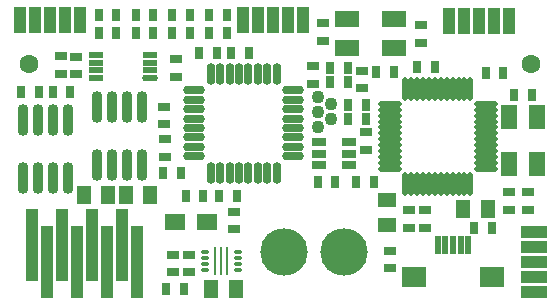
<source format=gts>
G04 Layer_Color=8388736*
%FSAX24Y24*%
%MOIN*%
G70*
G01*
G75*
%ADD43C,0.0630*%
%ADD59R,0.0789X0.0552*%
%ADD60R,0.0434X0.0316*%
%ADD61R,0.0316X0.0434*%
%ADD62O,0.0297X0.0730*%
%ADD63O,0.0730X0.0297*%
%ADD64R,0.0828X0.0671*%
%ADD65R,0.0218X0.0592*%
%ADD66O,0.0198X0.0789*%
%ADD67O,0.0789X0.0198*%
%ADD68R,0.0867X0.0434*%
%ADD69R,0.0434X0.0867*%
%ADD70R,0.0512X0.0197*%
G04:AMPARAMS|DCode=71|XSize=51.2mil|YSize=19.7mil|CornerRadius=7.5mil|HoleSize=0mil|Usage=FLASHONLY|Rotation=180.000|XOffset=0mil|YOffset=0mil|HoleType=Round|Shape=RoundedRectangle|*
%AMROUNDEDRECTD71*
21,1,0.0512,0.0047,0,0,180.0*
21,1,0.0362,0.0197,0,0,180.0*
1,1,0.0150,-0.0181,0.0024*
1,1,0.0150,0.0181,0.0024*
1,1,0.0150,0.0181,-0.0024*
1,1,0.0150,-0.0181,-0.0024*
%
%ADD71ROUNDEDRECTD71*%
G04:AMPARAMS|DCode=72|XSize=9.8mil|YSize=94.5mil|CornerRadius=1.5mil|HoleSize=0mil|Usage=FLASHONLY|Rotation=0.000|XOffset=0mil|YOffset=0mil|HoleType=Round|Shape=RoundedRectangle|*
%AMROUNDEDRECTD72*
21,1,0.0098,0.0915,0,0,0.0*
21,1,0.0069,0.0945,0,0,0.0*
1,1,0.0030,0.0034,-0.0458*
1,1,0.0030,-0.0034,-0.0458*
1,1,0.0030,-0.0034,0.0458*
1,1,0.0030,0.0034,0.0458*
%
%ADD72ROUNDEDRECTD72*%
G04:AMPARAMS|DCode=73|XSize=27.6mil|YSize=13.8mil|CornerRadius=4.4mil|HoleSize=0mil|Usage=FLASHONLY|Rotation=0.000|XOffset=0mil|YOffset=0mil|HoleType=Round|Shape=RoundedRectangle|*
%AMROUNDEDRECTD73*
21,1,0.0276,0.0049,0,0,0.0*
21,1,0.0187,0.0138,0,0,0.0*
1,1,0.0089,0.0093,-0.0025*
1,1,0.0089,-0.0093,-0.0025*
1,1,0.0089,-0.0093,0.0025*
1,1,0.0089,0.0093,0.0025*
%
%ADD73ROUNDEDRECTD73*%
%ADD74R,0.0671X0.0552*%
%ADD75R,0.0395X0.2442*%
%ADD76O,0.0356X0.1064*%
%ADD77R,0.0513X0.0631*%
%ADD78R,0.0513X0.0592*%
%ADD79R,0.0552X0.0789*%
%ADD80R,0.0474X0.0316*%
%ADD81R,0.0631X0.0513*%
%ADD82C,0.0434*%
%ADD83C,0.1580*%
D43*
X012402Y019685D02*
D03*
X029134D02*
D03*
D59*
X024577Y021182D02*
D03*
X023003D02*
D03*
Y020238D02*
D03*
X024577D02*
D03*
D60*
X022210Y020465D02*
D03*
Y021055D02*
D03*
X025450Y020993D02*
D03*
Y020403D02*
D03*
X017300Y019865D02*
D03*
Y019275D02*
D03*
X021870Y019045D02*
D03*
Y019635D02*
D03*
X013960Y019355D02*
D03*
Y019945D02*
D03*
X013460Y019365D02*
D03*
Y019955D02*
D03*
X016920Y016605D02*
D03*
Y017195D02*
D03*
X016910Y018275D02*
D03*
Y017685D02*
D03*
X017733Y012750D02*
D03*
Y013341D02*
D03*
X017203D02*
D03*
Y012750D02*
D03*
X019230Y014185D02*
D03*
Y014775D02*
D03*
X029030Y014835D02*
D03*
Y015425D02*
D03*
X023630Y017435D02*
D03*
Y016845D02*
D03*
X025580Y014825D02*
D03*
Y014235D02*
D03*
X025050D02*
D03*
Y014825D02*
D03*
X028390Y015415D02*
D03*
Y014825D02*
D03*
X024430Y012885D02*
D03*
Y013475D02*
D03*
X023510Y018885D02*
D03*
Y019475D02*
D03*
D61*
X018995Y021328D02*
D03*
X018405D02*
D03*
X017176D02*
D03*
X017767D02*
D03*
X016539D02*
D03*
X015948D02*
D03*
X014720D02*
D03*
X015311D02*
D03*
X018405Y020718D02*
D03*
X018995D02*
D03*
X017767D02*
D03*
X017176D02*
D03*
X015948D02*
D03*
X016539D02*
D03*
X015311D02*
D03*
X014720D02*
D03*
X018645Y020060D02*
D03*
X018055D02*
D03*
X016865Y016070D02*
D03*
X017455D02*
D03*
X022425Y019570D02*
D03*
X023015D02*
D03*
X022425Y019090D02*
D03*
X023015D02*
D03*
X019715Y020070D02*
D03*
X019125D02*
D03*
X013771Y018760D02*
D03*
X013180D02*
D03*
X012135D02*
D03*
X012725D02*
D03*
X016968Y012190D02*
D03*
X017558D02*
D03*
X017619Y015310D02*
D03*
X018210D02*
D03*
X018735Y015300D02*
D03*
X019325D02*
D03*
X029145Y018660D02*
D03*
X028555D02*
D03*
X022605Y015770D02*
D03*
X022015D02*
D03*
X027225Y014230D02*
D03*
X027815D02*
D03*
X028205Y019380D02*
D03*
X027615D02*
D03*
X025335Y019600D02*
D03*
X025925D02*
D03*
X023295Y015770D02*
D03*
X023885D02*
D03*
X023025Y017860D02*
D03*
X023615D02*
D03*
Y018340D02*
D03*
X023025D02*
D03*
X024545Y019420D02*
D03*
X023955D02*
D03*
D62*
X020652Y019364D02*
D03*
X020337D02*
D03*
X020022D02*
D03*
X019707D02*
D03*
X019393D02*
D03*
X019078D02*
D03*
X018763Y019364D02*
D03*
X018448Y019364D02*
D03*
Y016076D02*
D03*
X018763Y016076D02*
D03*
X019078Y016076D02*
D03*
X019393D02*
D03*
X019707D02*
D03*
X020022D02*
D03*
X020337D02*
D03*
X020652D02*
D03*
D63*
X017906Y018822D02*
D03*
Y018507D02*
D03*
Y018192D02*
D03*
Y017877D02*
D03*
Y017563D02*
D03*
Y017248D02*
D03*
X017906Y016933D02*
D03*
X017906Y016618D02*
D03*
X021194D02*
D03*
X021194Y016933D02*
D03*
X021194Y017248D02*
D03*
Y017563D02*
D03*
Y017877D02*
D03*
Y018192D02*
D03*
Y018507D02*
D03*
Y018822D02*
D03*
D64*
X025224Y012595D02*
D03*
X027830D02*
D03*
D65*
X026012Y013670D02*
D03*
X026268D02*
D03*
X026524D02*
D03*
X026780D02*
D03*
X027036D02*
D03*
D66*
X024941Y015690D02*
D03*
X025138D02*
D03*
X025335D02*
D03*
X025532D02*
D03*
X025729D02*
D03*
X026319D02*
D03*
X026516D02*
D03*
X026713D02*
D03*
X026910D02*
D03*
X027107D02*
D03*
Y018879D02*
D03*
X026910D02*
D03*
X026713D02*
D03*
X026516D02*
D03*
X026319D02*
D03*
X026123D02*
D03*
X025926D02*
D03*
X025729D02*
D03*
X025532D02*
D03*
X025335D02*
D03*
X025138D02*
D03*
X024941D02*
D03*
X026123Y015690D02*
D03*
X025926D02*
D03*
D67*
X027619Y016202D02*
D03*
Y016399D02*
D03*
Y016596D02*
D03*
Y016792D02*
D03*
Y016989D02*
D03*
Y017186D02*
D03*
Y017383D02*
D03*
Y017580D02*
D03*
Y017777D02*
D03*
Y017973D02*
D03*
Y018170D02*
D03*
Y018367D02*
D03*
X024430D02*
D03*
Y018170D02*
D03*
Y017973D02*
D03*
Y017777D02*
D03*
Y017580D02*
D03*
Y017383D02*
D03*
Y017186D02*
D03*
Y016989D02*
D03*
Y016792D02*
D03*
Y016596D02*
D03*
Y016399D02*
D03*
Y016202D02*
D03*
D68*
X029230Y014090D02*
D03*
Y013590D02*
D03*
Y012090D02*
D03*
Y012590D02*
D03*
Y013090D02*
D03*
D69*
X026390Y021140D02*
D03*
X026890D02*
D03*
X028390D02*
D03*
X027890D02*
D03*
X027390D02*
D03*
X019530Y021150D02*
D03*
X020030D02*
D03*
X021530D02*
D03*
X021030D02*
D03*
X020530D02*
D03*
X012090D02*
D03*
X012590D02*
D03*
X014090D02*
D03*
X013590D02*
D03*
X013090D02*
D03*
D70*
X014617Y019224D02*
D03*
Y019480D02*
D03*
Y019736D02*
D03*
Y019992D02*
D03*
X016420D02*
D03*
Y019736D02*
D03*
Y019480D02*
D03*
D71*
Y019224D02*
D03*
D72*
X019000Y013140D02*
D03*
X018803D02*
D03*
X018606D02*
D03*
D73*
X019354Y013435D02*
D03*
Y013238D02*
D03*
Y013042D02*
D03*
Y012845D02*
D03*
X018252D02*
D03*
Y013042D02*
D03*
Y013238D02*
D03*
Y013435D02*
D03*
D74*
X018315Y014420D02*
D03*
X017252D02*
D03*
D75*
X015990Y013100D02*
D03*
X015490Y013657D02*
D03*
X013990Y013100D02*
D03*
X012990D02*
D03*
X014490Y013657D02*
D03*
X013490D02*
D03*
X012490D02*
D03*
X014990Y013100D02*
D03*
D76*
X013690Y017835D02*
D03*
X013190D02*
D03*
X012690D02*
D03*
X012190D02*
D03*
X013690Y015905D02*
D03*
X013190D02*
D03*
X012690D02*
D03*
X012190D02*
D03*
X014660Y016325D02*
D03*
X015160D02*
D03*
X015660D02*
D03*
X016160D02*
D03*
X014660Y018255D02*
D03*
X015160D02*
D03*
X015660D02*
D03*
X016160D02*
D03*
D77*
X014217Y015330D02*
D03*
X015043D02*
D03*
X016443D02*
D03*
X015617D02*
D03*
X027703Y014850D02*
D03*
X026877D02*
D03*
D78*
X018460Y012190D02*
D03*
X019287D02*
D03*
D79*
X028378Y017927D02*
D03*
Y016353D02*
D03*
X029322D02*
D03*
Y017927D02*
D03*
D80*
X022070Y017084D02*
D03*
Y016710D02*
D03*
Y016336D02*
D03*
X023054Y017084D02*
D03*
Y016710D02*
D03*
Y016336D02*
D03*
D81*
X024340Y014337D02*
D03*
Y015163D02*
D03*
D82*
X022020Y018600D02*
D03*
Y018100D02*
D03*
Y017600D02*
D03*
X022453Y018350D02*
D03*
Y017850D02*
D03*
D83*
X022878Y013430D02*
D03*
X020910D02*
D03*
M02*

</source>
